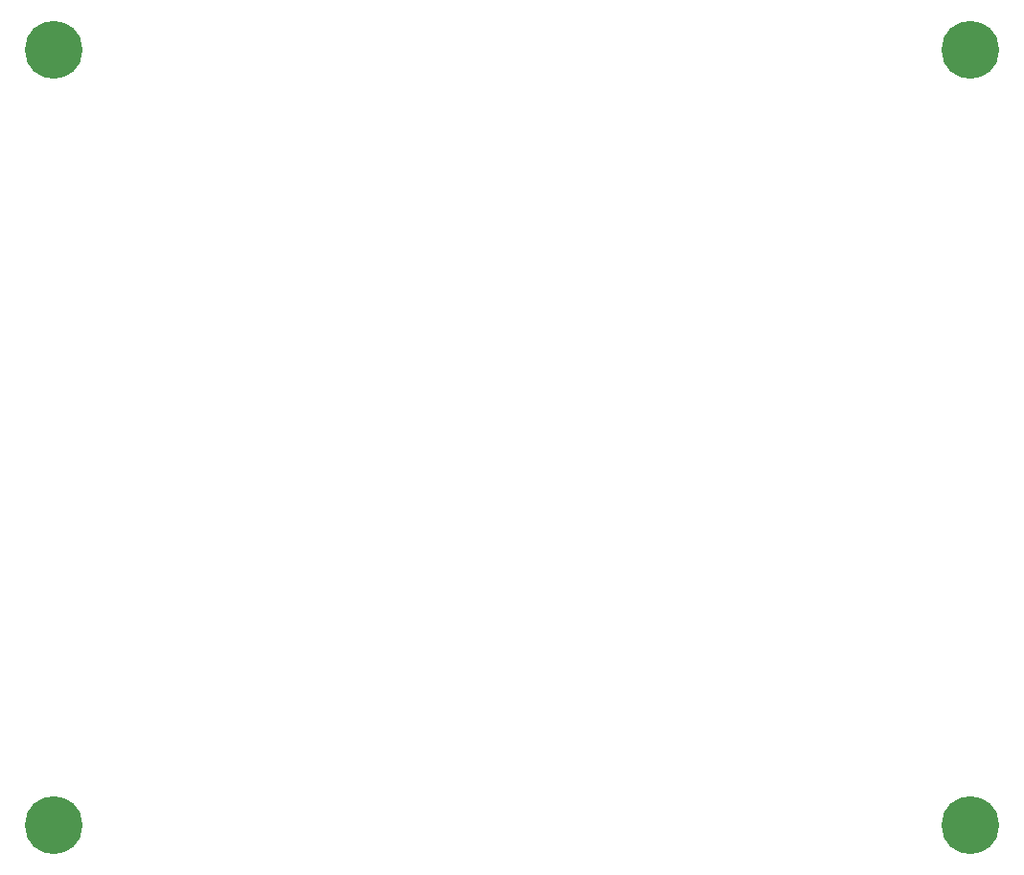
<source format=gts>
G04 #@! TF.GenerationSoftware,KiCad,Pcbnew,(5.1.8)-1*
G04 #@! TF.CreationDate,2021-10-11T22:10:08+02:00*
G04 #@! TF.ProjectId,Amiga Drawbridge BA1,416d6967-6120-4447-9261-776272696467,rev?*
G04 #@! TF.SameCoordinates,Original*
G04 #@! TF.FileFunction,Soldermask,Top*
G04 #@! TF.FilePolarity,Negative*
%FSLAX46Y46*%
G04 Gerber Fmt 4.6, Leading zero omitted, Abs format (unit mm)*
G04 Created by KiCad (PCBNEW (5.1.8)-1) date 2021-10-11 22:10:08*
%MOMM*%
%LPD*%
G01*
G04 APERTURE LIST*
%ADD10C,5.100000*%
G04 APERTURE END LIST*
D10*
X112500000Y-63500000D03*
X193500000Y-63500000D03*
X112500000Y-132000000D03*
X193500000Y-132000000D03*
M02*

</source>
